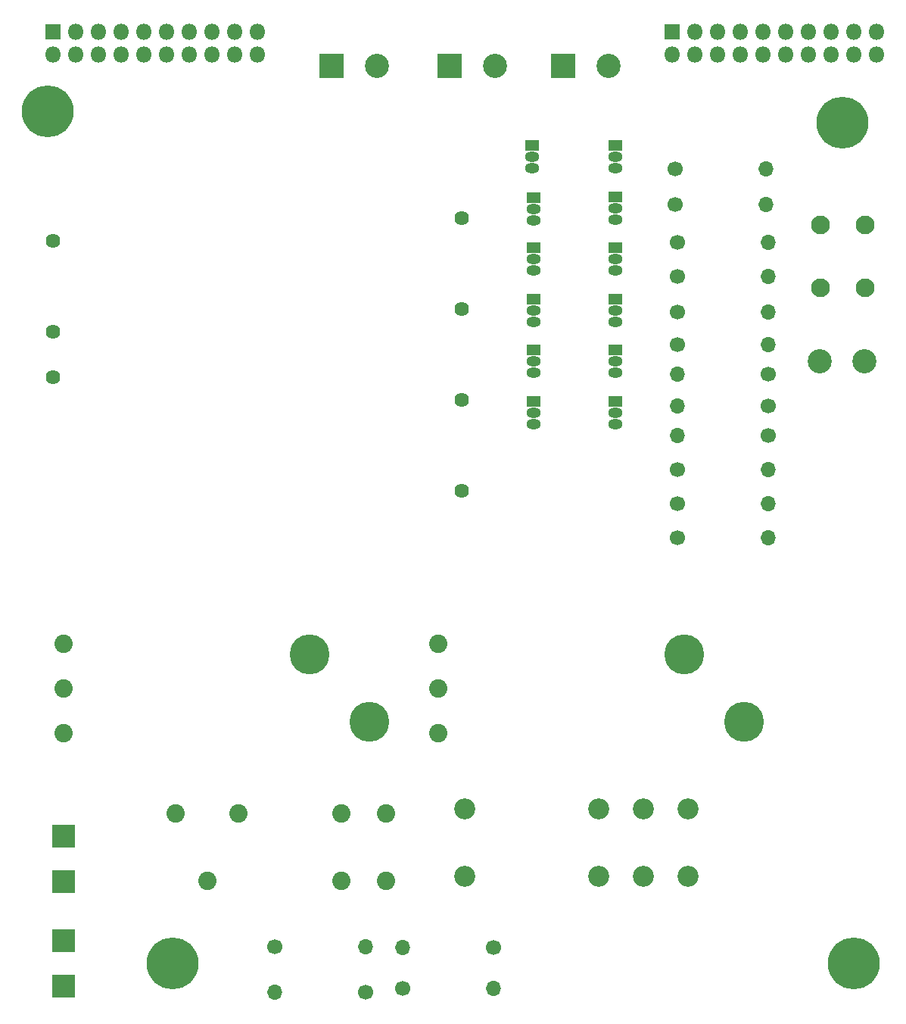
<source format=gbr>
%TF.GenerationSoftware,KiCad,Pcbnew,(5.1.6)-1*%
%TF.CreationDate,2021-11-19T15:30:09+01:00*%
%TF.ProjectId,FoxRobot,466f7852-6f62-46f7-942e-6b696361645f,V01*%
%TF.SameCoordinates,Original*%
%TF.FileFunction,Soldermask,Top*%
%TF.FilePolarity,Negative*%
%FSLAX46Y46*%
G04 Gerber Fmt 4.6, Leading zero omitted, Abs format (unit mm)*
G04 Created by KiCad (PCBNEW (5.1.6)-1) date 2021-11-19 15:30:09*
%MOMM*%
%LPD*%
G01*
G04 APERTURE LIST*
%ADD10C,1.624000*%
%ADD11O,1.700000X1.700000*%
%ADD12C,1.700000*%
%ADD13R,1.600000X1.150000*%
%ADD14O,1.600000X1.150000*%
%ADD15C,2.050000*%
%ADD16C,4.450000*%
%ADD17O,1.800000X1.800000*%
%ADD18R,1.800000X1.800000*%
%ADD19C,2.700000*%
%ADD20R,2.700000X2.700000*%
%ADD21R,2.600000X2.600000*%
%ADD22C,2.350000*%
%ADD23C,3.700000*%
%ADD24C,5.800000*%
%ADD25C,2.100000*%
G04 APERTURE END LIST*
D10*
%TO.C,U1*%
X65405000Y-66548000D03*
X65405000Y-56388000D03*
X65405000Y-46228000D03*
X65405000Y-36068000D03*
X19685000Y-53848000D03*
X19685000Y-48768000D03*
X19685000Y-38608000D03*
%TD*%
D11*
%TO.C,R13*%
X89535000Y-60325000D03*
D12*
X99695000Y-60325000D03*
%TD*%
D11*
%TO.C,R12*%
X89535000Y-57023000D03*
D12*
X99695000Y-57023000D03*
%TD*%
D11*
%TO.C,R11*%
X89535000Y-53467000D03*
D12*
X99695000Y-53467000D03*
%TD*%
D11*
%TO.C,R4*%
X68961000Y-122174000D03*
D12*
X58801000Y-122174000D03*
%TD*%
D11*
%TO.C,R3*%
X44450000Y-122555000D03*
D12*
X54610000Y-122555000D03*
%TD*%
D11*
%TO.C,R2*%
X58801000Y-117602000D03*
D12*
X68961000Y-117602000D03*
%TD*%
D11*
%TO.C,R1*%
X54610000Y-117475000D03*
D12*
X44450000Y-117475000D03*
%TD*%
D13*
%TO.C,Q9*%
X73406000Y-39370000D03*
D14*
X73406000Y-41910000D03*
X73406000Y-40640000D03*
%TD*%
D13*
%TO.C,Q8*%
X73406000Y-33782000D03*
D14*
X73406000Y-36322000D03*
X73406000Y-35052000D03*
%TD*%
D13*
%TO.C,Q7*%
X73279000Y-27940000D03*
D14*
X73279000Y-30480000D03*
X73279000Y-29210000D03*
%TD*%
D15*
%TO.C,K4*%
X62738000Y-88599000D03*
D16*
X96988000Y-92349000D03*
X90238000Y-84849000D03*
D15*
X62738000Y-83599000D03*
X62738000Y-93599000D03*
%TD*%
%TO.C,K3*%
X20828000Y-88599000D03*
D16*
X55078000Y-92349000D03*
X48328000Y-84849000D03*
D15*
X20828000Y-83599000D03*
X20828000Y-93599000D03*
%TD*%
%TO.C,K2*%
X56896000Y-110116000D03*
X51896000Y-110116000D03*
X36896000Y-110116000D03*
X33396000Y-102616000D03*
X40396000Y-102616000D03*
X51896000Y-102616000D03*
X56896000Y-102616000D03*
%TD*%
D17*
%TO.C,J5*%
X42545000Y-17780000D03*
X42545000Y-15240000D03*
X40005000Y-17780000D03*
X40005000Y-15240000D03*
X37465000Y-17780000D03*
X37465000Y-15240000D03*
X34925000Y-17780000D03*
X34925000Y-15240000D03*
X32385000Y-17780000D03*
X32385000Y-15240000D03*
X29845000Y-17780000D03*
X29845000Y-15240000D03*
X27305000Y-17780000D03*
X27305000Y-15240000D03*
X24765000Y-17780000D03*
X24765000Y-15240000D03*
X22225000Y-17780000D03*
X22225000Y-15240000D03*
X19685000Y-17780000D03*
D18*
X19685000Y-15240000D03*
%TD*%
D19*
%TO.C,J4*%
X81788000Y-19050000D03*
D20*
X76708000Y-19050000D03*
%TD*%
D21*
%TO.C,J3*%
X20828000Y-110236000D03*
X20828000Y-105156000D03*
%TD*%
%TO.C,J2*%
X20828000Y-121920000D03*
X20828000Y-116840000D03*
%TD*%
D22*
%TO.C,K1*%
X85732000Y-109622000D03*
X80732000Y-109622000D03*
X90732000Y-109622000D03*
X85732000Y-102122000D03*
X80732000Y-102122000D03*
X90732000Y-102122000D03*
X65732000Y-109622000D03*
X65732000Y-102122000D03*
%TD*%
D20*
%TO.C,J1*%
X64008000Y-19050000D03*
D19*
X69088000Y-19050000D03*
%TD*%
D20*
%TO.C,J6*%
X50800000Y-19050000D03*
D19*
X55880000Y-19050000D03*
%TD*%
D18*
%TO.C,J7*%
X88900000Y-15240000D03*
D17*
X88900000Y-17780000D03*
X91440000Y-15240000D03*
X91440000Y-17780000D03*
X93980000Y-15240000D03*
X93980000Y-17780000D03*
X96520000Y-15240000D03*
X96520000Y-17780000D03*
X99060000Y-15240000D03*
X99060000Y-17780000D03*
X101600000Y-15240000D03*
X101600000Y-17780000D03*
X104140000Y-15240000D03*
X104140000Y-17780000D03*
X106680000Y-15240000D03*
X106680000Y-17780000D03*
X109220000Y-15240000D03*
X109220000Y-17780000D03*
X111760000Y-15240000D03*
X111760000Y-17780000D03*
%TD*%
D23*
%TO.C,H1*%
X19050000Y-24130000D03*
D24*
X19050000Y-24130000D03*
%TD*%
%TO.C,H2*%
X107950000Y-25400000D03*
D23*
X107950000Y-25400000D03*
%TD*%
%TO.C,H3*%
X33020000Y-119380000D03*
D24*
X33020000Y-119380000D03*
%TD*%
%TO.C,H4*%
X109220000Y-119380000D03*
D23*
X109220000Y-119380000D03*
%TD*%
D25*
%TO.C,C1*%
X105490000Y-43815000D03*
X110490000Y-43815000D03*
%TD*%
%TO.C,C2*%
X110490000Y-36830000D03*
X105490000Y-36830000D03*
%TD*%
D19*
%TO.C,L1*%
X105410000Y-52070000D03*
X110410000Y-52070000D03*
%TD*%
D14*
%TO.C,Q1*%
X82550000Y-46355000D03*
X82550000Y-47625000D03*
D13*
X82550000Y-45085000D03*
%TD*%
D14*
%TO.C,Q2*%
X82550000Y-52070000D03*
X82550000Y-53340000D03*
D13*
X82550000Y-50800000D03*
%TD*%
D14*
%TO.C,Q3*%
X82550000Y-57785000D03*
X82550000Y-59055000D03*
D13*
X82550000Y-56515000D03*
%TD*%
D14*
%TO.C,Q4*%
X73406000Y-57785000D03*
X73406000Y-59055000D03*
D13*
X73406000Y-56515000D03*
%TD*%
%TO.C,Q5*%
X73406000Y-50800000D03*
D14*
X73406000Y-53340000D03*
X73406000Y-52070000D03*
%TD*%
%TO.C,Q6*%
X73406000Y-46355000D03*
X73406000Y-47625000D03*
D13*
X73406000Y-45085000D03*
%TD*%
%TO.C,Q10*%
X82550000Y-27940000D03*
D14*
X82550000Y-30480000D03*
X82550000Y-29210000D03*
%TD*%
D13*
%TO.C,Q11*%
X82550000Y-33655000D03*
D14*
X82550000Y-36195000D03*
X82550000Y-34925000D03*
%TD*%
D13*
%TO.C,Q12*%
X82550000Y-39370000D03*
D14*
X82550000Y-41910000D03*
X82550000Y-40640000D03*
%TD*%
D11*
%TO.C,R5*%
X99401000Y-30506000D03*
D12*
X89241000Y-30506000D03*
%TD*%
%TO.C,R6*%
X89241000Y-34556000D03*
D11*
X99401000Y-34556000D03*
%TD*%
%TO.C,R7*%
X99695000Y-38735000D03*
D12*
X89535000Y-38735000D03*
%TD*%
%TO.C,R8*%
X89533000Y-42527000D03*
D11*
X99693000Y-42527000D03*
%TD*%
D12*
%TO.C,R9*%
X89533000Y-46577000D03*
D11*
X99693000Y-46577000D03*
%TD*%
%TO.C,R10*%
X99695000Y-50165000D03*
D12*
X89535000Y-50165000D03*
%TD*%
%TO.C,R14*%
X89535000Y-64135000D03*
D11*
X99695000Y-64135000D03*
%TD*%
D12*
%TO.C,R15*%
X89535000Y-67945000D03*
D11*
X99695000Y-67945000D03*
%TD*%
%TO.C,R16*%
X99695000Y-71755000D03*
D12*
X89535000Y-71755000D03*
%TD*%
M02*

</source>
